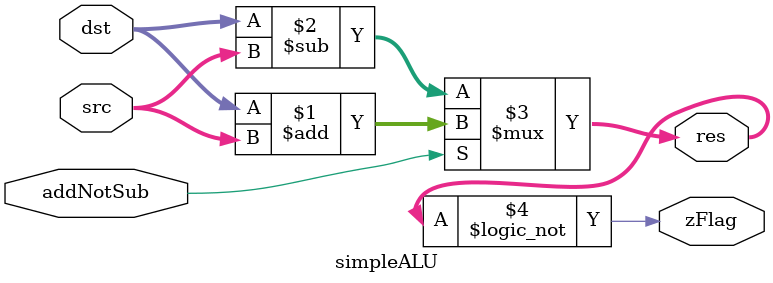
<source format=v>
`include "E15Cache_dm.v"

module E15Process(input clk, 
                  output reg [3:0] pc,             // Program Counter
                  output reg [3:0] opCode,         // op code
                  output reg [1:0] src, dst,       // src and dst register
                  output reg [3:0] immData,        // "Immediate" data
                  output reg [3:0] r0, r1, r2, r3, // Registers
                  output tri [3:0] mBus, dstBus    // Buses
                  );

   parameter fetch=2'd0, decode=2'd1, exec=2'd2, store=2'd3;

   parameter Rg0 = 2'b00, Rg1 = 2'b01, Rg2 = 2'b10, Rg3 = 2'b11, 
             RXX = 2'b00;

   parameter
     jmp  = 4'b0000, jz   = 4'b0010,  jnz = 4'b0011,
     movi = 4'b1001, mov  = 4'b1000,
     addi = 4'b1011, add  = 4'b1010,
     subi = 4'b1101, sub  = 4'b1100,
     cmpi = 4'b1111, cmp  = 4'b1110,
     lw = 4'b0100, sw = 4'b0101;
   
   parameter   hiZ = 4'bz;

   parameter   bEn_R0 = 3'd0, bEn_R1 = 3'd1, 
     bEn_R2 = 3'd2, bEn_R3 = 3'd3, 
     bEn_ALU = 3'd4, bEn_Imm = 3'd5;

   reg  [3:0] pcIncr; // Program Counter Increment
   wire [3:0] pcRes;  // Output of pc ALU
   wire       pcz;    // Unused - zero flag for pc ALU
   
   reg [1:0]  myState;      // State (phase of excution)
   reg [11:0] myROM [15:0]; // ROM (holds program)
   reg [3:0]  mbEn, dbEn;   // Used to determine which tri-state buffers are 
                            // enabled for master bus and destination bus.

   reg       mmuControlToggle; // are we initiating a new memory request
   reg       mmuControl; // read or write the mmu
   wire [3:0] mmuValueOut; // output value from mmu
   reg        addNotSub; // Determines if ALU adds or subtracts
   reg [3:0]  aluOut;    // Register to hold output of main ALU
   reg        zFlag;     // Zero flag
   wire [3:0] resVal;    // Output (combinational) of ALU
   wire       zVal;      // Output (combinational) of ALU zero flag

   reg [15:0] cycleCount = 16'd0; // count the numer of cycles we're running for
   wire       memResultReady;     // output from the cache unit if we got a hit

   initial
     begin

        `include "mem_test_dm.v"
        
        pc = 4'b0000;
        myState = fetch;
        
     end
   
   always @(posedge clk)
     begin
     case(myState)
       fetch:
         begin
            {opCode, src, dst, immData} = myROM[pc];
            mmuControl <= 0; mmuControlToggle <= 0;
            myState <= decode;

            // count the number of cycles the program runs, for timing the cache
            if (myROM[pc] == {jmp, RXX, RXX, 4'b0000}) begin
                myROM[pc] <= {jmp, RXX, Rg1, 4'b0000};
                $display("Program halted normally after %d cycles", cycleCount);
            end

         end

       decode:
         begin
            case(opCode)
              movi, addi, subi, cmpi:
                begin
                   mbEn <= bEn_Imm;
                end
              mov, add, sub, cmp, lw, sw:
                case(src)
                  Rg0: mbEn <= bEn_R0;
                  Rg1: mbEn <= bEn_R1;
                  Rg2: mbEn <= bEn_R2;
                  Rg3: mbEn <= bEn_R3;
                endcase
            endcase 
            
            case(dst)
              Rg0: dbEn <= bEn_R0;
              Rg1: dbEn <= bEn_R1;
              Rg2: dbEn <= bEn_R2;
              Rg3: dbEn <= bEn_R3;
            endcase

            mmuControl <= opCode == sw;
            mmuControlToggle <= (opCode == sw) | (opCode == lw); 
            addNotSub <= ((opCode == add) | (opCode == addi));
            myState <= exec;

         end
       
       exec:
         if ((opCode == lw || opCode == sw) && ~memResultReady)
            mmuControlToggle <= 1'b0;
         else 
         begin
            mmuControlToggle <= 1'b0;
            case(opCode)
              lw:
                begin
                   pcIncr <= 4'd1;
                   mbEn <= bEn_ALU;
                   aluOut <= mmuValueOut;
                end
              addi, add, subi, sub, cmpi, cmp:
                begin
                   pcIncr <= 4'd1;
                   mbEn <= bEn_ALU;
                   aluOut <= resVal;
                   zFlag <= zVal;
                end
              jmp: pcIncr <= immData;
              jz:  pcIncr <= zFlag ? immData : 4'd1;
              jnz: pcIncr <= zFlag ? 4'd1 : immData;
              default: pcIncr <= 4'd1; 
            endcase
            myState <= store;
         end
       
       store:
         begin
            case(opCode)
              movi, mov, add, addi, sub, subi, lw:
                case(dst)
                  Rg0: r0 <= mBus;
                  Rg1: r1 <= mBus;
                  Rg2: r2 <= mBus;
                  Rg3: r3 <= mBus;
                endcase
            endcase
            pc <= pcRes;
            mmuControl <= 0;
            myState <= fetch;
         end
       
     endcase
     cycleCount <= cycleCount + 1;
   end

   assign mBus = (mbEn==bEn_R0)  ? r0      : hiZ;
   assign mBus = (mbEn==bEn_R1)  ? r1      : hiZ;
   assign mBus = (mbEn==bEn_R2)  ? r2      : hiZ;
   assign mBus = (mbEn==bEn_R3)  ? r3      : hiZ;
   assign mBus = (mbEn==bEn_Imm) ? immData : hiZ;
   assign mBus = (mbEn==bEn_ALU) ? aluOut  : hiZ;

   assign dstBus = (dbEn==bEn_R0)  ? r0 : hiZ;
   assign dstBus = (dbEn==bEn_R1)  ? r1 : hiZ;
   assign dstBus = (dbEn==bEn_R2)  ? r2 : hiZ;
   assign dstBus = (dbEn==bEn_R3)  ? r3 : hiZ;

   simpleALU dataALU(addNotSub, mBus, dstBus, zVal, resVal);
   simpleALU pcALU(1'b1, pc, pcIncr, pcz, pcRes);

   E15Cache CachedMMU(clk, cycleCount, mmuControlToggle, mmuControl, mBus, dstBus, mmuValueOut, memResultReady);

endmodule


module simpleALU(
    input addNotSub,
    input [3:0] src, dst,
    output zFlag,
    output [3:0] res);
    assign res = addNotSub ? dst + src : dst - src;
    assign zFlag = !(res);

endmodule
</source>
